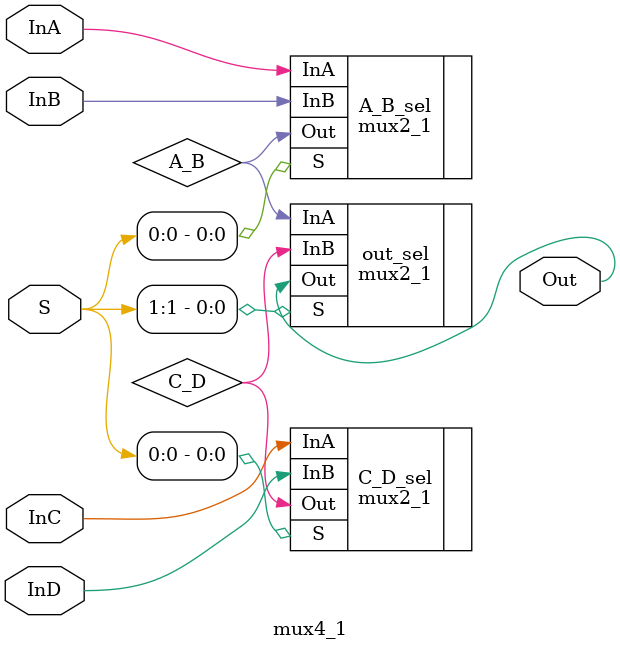
<source format=v>
/*
    CS/ECE 552 Spring '19
    Homework #3, Problem 1

    4-1 mux template
*/
module mux4_1(InA, InB, InC, InD, S, Out);
    input        InA, InB, InC, InD;
    input [1:0]  S;
    output       Out;

    wire A_B, C_D;
    mux2_1 A_B_sel(.InA(InA), .InB(InB), .S(S[0]), .Out(A_B));
    mux2_1 C_D_sel(.InA(InC), .InB(InD), .S(S[0]), .Out(C_D));
    mux2_1 out_sel(.InA(A_B), .InB(C_D), .S(S[1]), .Out(Out));

endmodule

</source>
